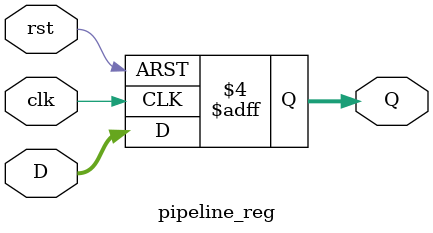
<source format=v>
module pipeline_reg (clk, rst, D , Q);
    parameter WIDTH=32;

    input wire clk, rst;
    input wire [WIDTH-1:0] D;
    output reg [WIDTH-1:0] Q; 


    // initialize all registers to 0
    initial begin
        Q = 0;
    end

    // write functionality. writes synchronously, on rising edge of clk.
    always @(posedge clk or negedge rst) begin
       if (!rst) begin
            // reset is async, works immediately. rst=0 means reset.
            Q <= 0;
       end
        else begin
            Q <= D;
        end
    end

endmodule








</source>
